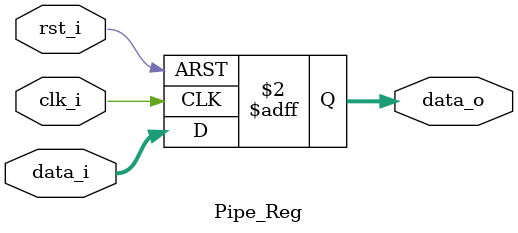
<source format=sv>
module Pipe_Reg #(parameter WIDTH=32)(
  clk_i,
  rst_i,
  data_i,
  data_o
);
//---------------------------------------------------------------------
//        PORTS DECLARATION                             
//---------------------------------------------------------------------
input  logic              clk_i;
input  logic              rst_i;
input  logic [WIDTH-1:0] data_i;
output logic [WIDTH-1:0] data_o;

//---------------------------------------------------------------------
//        ALWAYS BLOCK                             
//---------------------------------------------------------------------
always_ff@(posedge clk_i or posedge rst_i)begin
  if(rst_i)data_o <= {WIDTH{1'b0}};
  else data_o <= data_i;
end

endmodule
</source>
